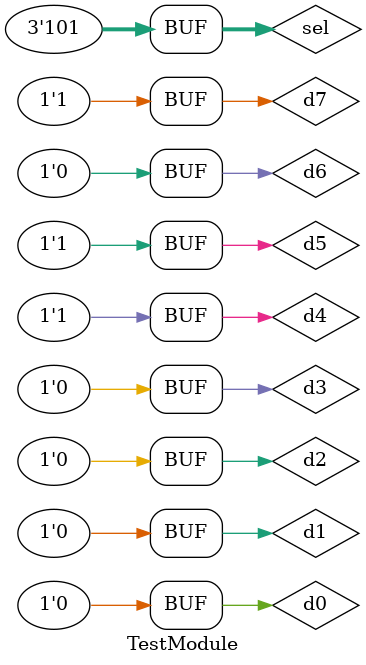
<source format=v>
module Mulitplexer(d0,d1,d2,d3,d4,d5,d6,d7,sel,out);
input d0,d1,d2,d3,d4,d5,d6,d7;
input [2:0] sel;
output reg out;
always@(sel)
begin
case(sel)
3'b000:out=d0;
3'b001:out=d1;
3'b010:out=d2;
3'b011:out=d3;
3'b100:out=d4;
3'b101:out=d5;
3'b110:out=d6;
3'b111:out=d7;
endcase
end
endmodule


`timescale 1ns / 1ps

////////////////
module TestModule;
// Inputs
reg d0;
reg d1;
reg d2;
reg d3;
reg d4;
reg d5;
reg d6;
reg d7;
reg [2:0] sel;

// Outputs
wire out;

// Instantiate the Unit Under Test (UUT)
Mulitplexer uut (
.d0(d0),
.d1(d1),
.d2(d2),
.d3(d3),
.d4(d4),
.d5(d5),
.d6(d6),
.d7(d7),
.sel(sel),
.out(out)
);

initial begin
// Initialize Inputs
d0 = 0;
d1 = 0;
d2 = 0;
d3 = 0;
d4 = 0;
d5 = 0;
d6 = 0;
d7 = 0;
sel = 0;

// Wait 100 ns for global reset to finish
#100;

d0 = 0;
d1 = 0;
d2 = 0;
d3 = 0;
d4 = 1;
d5 = 1;
d6 = 0;
d7 = 1;
sel = 5;

// Wait 100 ns for global reset to finish
#100;

// Add stimulus here
end
endmodule

</source>
